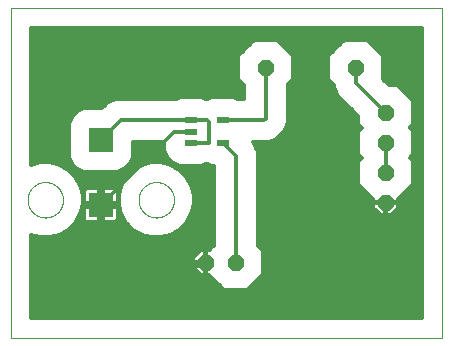
<source format=gtl>
G75*
%MOIN*%
%OFA0B0*%
%FSLAX25Y25*%
%IPPOS*%
%LPD*%
%AMOC8*
5,1,8,0,0,1.08239X$1,22.5*
%
%ADD10C,0.00000*%
%ADD11OC8,0.05200*%
%ADD12R,0.04331X0.02362*%
%ADD13R,0.08268X0.08268*%
%ADD14C,0.01200*%
%ADD15C,0.01300*%
%ADD16C,0.04400*%
D10*
X0001600Y0001600D02*
X0001600Y0111561D01*
X0145301Y0111561D01*
X0145301Y0001600D01*
X0001600Y0001600D01*
X0007190Y0047584D02*
X0007192Y0047737D01*
X0007198Y0047891D01*
X0007208Y0048044D01*
X0007222Y0048196D01*
X0007240Y0048349D01*
X0007262Y0048500D01*
X0007287Y0048651D01*
X0007317Y0048802D01*
X0007351Y0048952D01*
X0007388Y0049100D01*
X0007429Y0049248D01*
X0007474Y0049394D01*
X0007523Y0049540D01*
X0007576Y0049684D01*
X0007632Y0049826D01*
X0007692Y0049967D01*
X0007756Y0050107D01*
X0007823Y0050245D01*
X0007894Y0050381D01*
X0007969Y0050515D01*
X0008046Y0050647D01*
X0008128Y0050777D01*
X0008212Y0050905D01*
X0008300Y0051031D01*
X0008391Y0051154D01*
X0008485Y0051275D01*
X0008583Y0051393D01*
X0008683Y0051509D01*
X0008787Y0051622D01*
X0008893Y0051733D01*
X0009002Y0051841D01*
X0009114Y0051946D01*
X0009228Y0052047D01*
X0009346Y0052146D01*
X0009465Y0052242D01*
X0009587Y0052335D01*
X0009712Y0052424D01*
X0009839Y0052511D01*
X0009968Y0052593D01*
X0010099Y0052673D01*
X0010232Y0052749D01*
X0010367Y0052822D01*
X0010504Y0052891D01*
X0010643Y0052956D01*
X0010783Y0053018D01*
X0010925Y0053076D01*
X0011068Y0053131D01*
X0011213Y0053182D01*
X0011359Y0053229D01*
X0011506Y0053272D01*
X0011654Y0053311D01*
X0011803Y0053347D01*
X0011953Y0053378D01*
X0012104Y0053406D01*
X0012255Y0053430D01*
X0012408Y0053450D01*
X0012560Y0053466D01*
X0012713Y0053478D01*
X0012866Y0053486D01*
X0013019Y0053490D01*
X0013173Y0053490D01*
X0013326Y0053486D01*
X0013479Y0053478D01*
X0013632Y0053466D01*
X0013784Y0053450D01*
X0013937Y0053430D01*
X0014088Y0053406D01*
X0014239Y0053378D01*
X0014389Y0053347D01*
X0014538Y0053311D01*
X0014686Y0053272D01*
X0014833Y0053229D01*
X0014979Y0053182D01*
X0015124Y0053131D01*
X0015267Y0053076D01*
X0015409Y0053018D01*
X0015549Y0052956D01*
X0015688Y0052891D01*
X0015825Y0052822D01*
X0015960Y0052749D01*
X0016093Y0052673D01*
X0016224Y0052593D01*
X0016353Y0052511D01*
X0016480Y0052424D01*
X0016605Y0052335D01*
X0016727Y0052242D01*
X0016846Y0052146D01*
X0016964Y0052047D01*
X0017078Y0051946D01*
X0017190Y0051841D01*
X0017299Y0051733D01*
X0017405Y0051622D01*
X0017509Y0051509D01*
X0017609Y0051393D01*
X0017707Y0051275D01*
X0017801Y0051154D01*
X0017892Y0051031D01*
X0017980Y0050905D01*
X0018064Y0050777D01*
X0018146Y0050647D01*
X0018223Y0050515D01*
X0018298Y0050381D01*
X0018369Y0050245D01*
X0018436Y0050107D01*
X0018500Y0049967D01*
X0018560Y0049826D01*
X0018616Y0049684D01*
X0018669Y0049540D01*
X0018718Y0049394D01*
X0018763Y0049248D01*
X0018804Y0049100D01*
X0018841Y0048952D01*
X0018875Y0048802D01*
X0018905Y0048651D01*
X0018930Y0048500D01*
X0018952Y0048349D01*
X0018970Y0048196D01*
X0018984Y0048044D01*
X0018994Y0047891D01*
X0019000Y0047737D01*
X0019002Y0047584D01*
X0019000Y0047431D01*
X0018994Y0047277D01*
X0018984Y0047124D01*
X0018970Y0046972D01*
X0018952Y0046819D01*
X0018930Y0046668D01*
X0018905Y0046517D01*
X0018875Y0046366D01*
X0018841Y0046216D01*
X0018804Y0046068D01*
X0018763Y0045920D01*
X0018718Y0045774D01*
X0018669Y0045628D01*
X0018616Y0045484D01*
X0018560Y0045342D01*
X0018500Y0045201D01*
X0018436Y0045061D01*
X0018369Y0044923D01*
X0018298Y0044787D01*
X0018223Y0044653D01*
X0018146Y0044521D01*
X0018064Y0044391D01*
X0017980Y0044263D01*
X0017892Y0044137D01*
X0017801Y0044014D01*
X0017707Y0043893D01*
X0017609Y0043775D01*
X0017509Y0043659D01*
X0017405Y0043546D01*
X0017299Y0043435D01*
X0017190Y0043327D01*
X0017078Y0043222D01*
X0016964Y0043121D01*
X0016846Y0043022D01*
X0016727Y0042926D01*
X0016605Y0042833D01*
X0016480Y0042744D01*
X0016353Y0042657D01*
X0016224Y0042575D01*
X0016093Y0042495D01*
X0015960Y0042419D01*
X0015825Y0042346D01*
X0015688Y0042277D01*
X0015549Y0042212D01*
X0015409Y0042150D01*
X0015267Y0042092D01*
X0015124Y0042037D01*
X0014979Y0041986D01*
X0014833Y0041939D01*
X0014686Y0041896D01*
X0014538Y0041857D01*
X0014389Y0041821D01*
X0014239Y0041790D01*
X0014088Y0041762D01*
X0013937Y0041738D01*
X0013784Y0041718D01*
X0013632Y0041702D01*
X0013479Y0041690D01*
X0013326Y0041682D01*
X0013173Y0041678D01*
X0013019Y0041678D01*
X0012866Y0041682D01*
X0012713Y0041690D01*
X0012560Y0041702D01*
X0012408Y0041718D01*
X0012255Y0041738D01*
X0012104Y0041762D01*
X0011953Y0041790D01*
X0011803Y0041821D01*
X0011654Y0041857D01*
X0011506Y0041896D01*
X0011359Y0041939D01*
X0011213Y0041986D01*
X0011068Y0042037D01*
X0010925Y0042092D01*
X0010783Y0042150D01*
X0010643Y0042212D01*
X0010504Y0042277D01*
X0010367Y0042346D01*
X0010232Y0042419D01*
X0010099Y0042495D01*
X0009968Y0042575D01*
X0009839Y0042657D01*
X0009712Y0042744D01*
X0009587Y0042833D01*
X0009465Y0042926D01*
X0009346Y0043022D01*
X0009228Y0043121D01*
X0009114Y0043222D01*
X0009002Y0043327D01*
X0008893Y0043435D01*
X0008787Y0043546D01*
X0008683Y0043659D01*
X0008583Y0043775D01*
X0008485Y0043893D01*
X0008391Y0044014D01*
X0008300Y0044137D01*
X0008212Y0044263D01*
X0008128Y0044391D01*
X0008046Y0044521D01*
X0007969Y0044653D01*
X0007894Y0044787D01*
X0007823Y0044923D01*
X0007756Y0045061D01*
X0007692Y0045201D01*
X0007632Y0045342D01*
X0007576Y0045484D01*
X0007523Y0045628D01*
X0007474Y0045774D01*
X0007429Y0045920D01*
X0007388Y0046068D01*
X0007351Y0046216D01*
X0007317Y0046366D01*
X0007287Y0046517D01*
X0007262Y0046668D01*
X0007240Y0046819D01*
X0007222Y0046972D01*
X0007208Y0047124D01*
X0007198Y0047277D01*
X0007192Y0047431D01*
X0007190Y0047584D01*
X0044198Y0047584D02*
X0044200Y0047737D01*
X0044206Y0047891D01*
X0044216Y0048044D01*
X0044230Y0048196D01*
X0044248Y0048349D01*
X0044270Y0048500D01*
X0044295Y0048651D01*
X0044325Y0048802D01*
X0044359Y0048952D01*
X0044396Y0049100D01*
X0044437Y0049248D01*
X0044482Y0049394D01*
X0044531Y0049540D01*
X0044584Y0049684D01*
X0044640Y0049826D01*
X0044700Y0049967D01*
X0044764Y0050107D01*
X0044831Y0050245D01*
X0044902Y0050381D01*
X0044977Y0050515D01*
X0045054Y0050647D01*
X0045136Y0050777D01*
X0045220Y0050905D01*
X0045308Y0051031D01*
X0045399Y0051154D01*
X0045493Y0051275D01*
X0045591Y0051393D01*
X0045691Y0051509D01*
X0045795Y0051622D01*
X0045901Y0051733D01*
X0046010Y0051841D01*
X0046122Y0051946D01*
X0046236Y0052047D01*
X0046354Y0052146D01*
X0046473Y0052242D01*
X0046595Y0052335D01*
X0046720Y0052424D01*
X0046847Y0052511D01*
X0046976Y0052593D01*
X0047107Y0052673D01*
X0047240Y0052749D01*
X0047375Y0052822D01*
X0047512Y0052891D01*
X0047651Y0052956D01*
X0047791Y0053018D01*
X0047933Y0053076D01*
X0048076Y0053131D01*
X0048221Y0053182D01*
X0048367Y0053229D01*
X0048514Y0053272D01*
X0048662Y0053311D01*
X0048811Y0053347D01*
X0048961Y0053378D01*
X0049112Y0053406D01*
X0049263Y0053430D01*
X0049416Y0053450D01*
X0049568Y0053466D01*
X0049721Y0053478D01*
X0049874Y0053486D01*
X0050027Y0053490D01*
X0050181Y0053490D01*
X0050334Y0053486D01*
X0050487Y0053478D01*
X0050640Y0053466D01*
X0050792Y0053450D01*
X0050945Y0053430D01*
X0051096Y0053406D01*
X0051247Y0053378D01*
X0051397Y0053347D01*
X0051546Y0053311D01*
X0051694Y0053272D01*
X0051841Y0053229D01*
X0051987Y0053182D01*
X0052132Y0053131D01*
X0052275Y0053076D01*
X0052417Y0053018D01*
X0052557Y0052956D01*
X0052696Y0052891D01*
X0052833Y0052822D01*
X0052968Y0052749D01*
X0053101Y0052673D01*
X0053232Y0052593D01*
X0053361Y0052511D01*
X0053488Y0052424D01*
X0053613Y0052335D01*
X0053735Y0052242D01*
X0053854Y0052146D01*
X0053972Y0052047D01*
X0054086Y0051946D01*
X0054198Y0051841D01*
X0054307Y0051733D01*
X0054413Y0051622D01*
X0054517Y0051509D01*
X0054617Y0051393D01*
X0054715Y0051275D01*
X0054809Y0051154D01*
X0054900Y0051031D01*
X0054988Y0050905D01*
X0055072Y0050777D01*
X0055154Y0050647D01*
X0055231Y0050515D01*
X0055306Y0050381D01*
X0055377Y0050245D01*
X0055444Y0050107D01*
X0055508Y0049967D01*
X0055568Y0049826D01*
X0055624Y0049684D01*
X0055677Y0049540D01*
X0055726Y0049394D01*
X0055771Y0049248D01*
X0055812Y0049100D01*
X0055849Y0048952D01*
X0055883Y0048802D01*
X0055913Y0048651D01*
X0055938Y0048500D01*
X0055960Y0048349D01*
X0055978Y0048196D01*
X0055992Y0048044D01*
X0056002Y0047891D01*
X0056008Y0047737D01*
X0056010Y0047584D01*
X0056008Y0047431D01*
X0056002Y0047277D01*
X0055992Y0047124D01*
X0055978Y0046972D01*
X0055960Y0046819D01*
X0055938Y0046668D01*
X0055913Y0046517D01*
X0055883Y0046366D01*
X0055849Y0046216D01*
X0055812Y0046068D01*
X0055771Y0045920D01*
X0055726Y0045774D01*
X0055677Y0045628D01*
X0055624Y0045484D01*
X0055568Y0045342D01*
X0055508Y0045201D01*
X0055444Y0045061D01*
X0055377Y0044923D01*
X0055306Y0044787D01*
X0055231Y0044653D01*
X0055154Y0044521D01*
X0055072Y0044391D01*
X0054988Y0044263D01*
X0054900Y0044137D01*
X0054809Y0044014D01*
X0054715Y0043893D01*
X0054617Y0043775D01*
X0054517Y0043659D01*
X0054413Y0043546D01*
X0054307Y0043435D01*
X0054198Y0043327D01*
X0054086Y0043222D01*
X0053972Y0043121D01*
X0053854Y0043022D01*
X0053735Y0042926D01*
X0053613Y0042833D01*
X0053488Y0042744D01*
X0053361Y0042657D01*
X0053232Y0042575D01*
X0053101Y0042495D01*
X0052968Y0042419D01*
X0052833Y0042346D01*
X0052696Y0042277D01*
X0052557Y0042212D01*
X0052417Y0042150D01*
X0052275Y0042092D01*
X0052132Y0042037D01*
X0051987Y0041986D01*
X0051841Y0041939D01*
X0051694Y0041896D01*
X0051546Y0041857D01*
X0051397Y0041821D01*
X0051247Y0041790D01*
X0051096Y0041762D01*
X0050945Y0041738D01*
X0050792Y0041718D01*
X0050640Y0041702D01*
X0050487Y0041690D01*
X0050334Y0041682D01*
X0050181Y0041678D01*
X0050027Y0041678D01*
X0049874Y0041682D01*
X0049721Y0041690D01*
X0049568Y0041702D01*
X0049416Y0041718D01*
X0049263Y0041738D01*
X0049112Y0041762D01*
X0048961Y0041790D01*
X0048811Y0041821D01*
X0048662Y0041857D01*
X0048514Y0041896D01*
X0048367Y0041939D01*
X0048221Y0041986D01*
X0048076Y0042037D01*
X0047933Y0042092D01*
X0047791Y0042150D01*
X0047651Y0042212D01*
X0047512Y0042277D01*
X0047375Y0042346D01*
X0047240Y0042419D01*
X0047107Y0042495D01*
X0046976Y0042575D01*
X0046847Y0042657D01*
X0046720Y0042744D01*
X0046595Y0042833D01*
X0046473Y0042926D01*
X0046354Y0043022D01*
X0046236Y0043121D01*
X0046122Y0043222D01*
X0046010Y0043327D01*
X0045901Y0043435D01*
X0045795Y0043546D01*
X0045691Y0043659D01*
X0045591Y0043775D01*
X0045493Y0043893D01*
X0045399Y0044014D01*
X0045308Y0044137D01*
X0045220Y0044263D01*
X0045136Y0044391D01*
X0045054Y0044521D01*
X0044977Y0044653D01*
X0044902Y0044787D01*
X0044831Y0044923D01*
X0044764Y0045061D01*
X0044700Y0045201D01*
X0044640Y0045342D01*
X0044584Y0045484D01*
X0044531Y0045628D01*
X0044482Y0045774D01*
X0044437Y0045920D01*
X0044396Y0046068D01*
X0044359Y0046216D01*
X0044325Y0046366D01*
X0044295Y0046517D01*
X0044270Y0046668D01*
X0044248Y0046819D01*
X0044230Y0046972D01*
X0044216Y0047124D01*
X0044206Y0047277D01*
X0044200Y0047431D01*
X0044198Y0047584D01*
D11*
X0066600Y0026600D03*
X0076600Y0026600D03*
X0126600Y0046600D03*
X0126600Y0056600D03*
X0126600Y0066600D03*
X0126600Y0076600D03*
X0116600Y0091600D03*
X0086600Y0091600D03*
D12*
X0072230Y0074080D03*
X0072230Y0066600D03*
X0061600Y0066600D03*
X0061600Y0070340D03*
X0061600Y0074080D03*
D13*
X0031600Y0067427D03*
X0031600Y0045773D03*
D14*
X0032200Y0045384D02*
X0037747Y0045384D01*
X0037334Y0045173D02*
X0032200Y0045173D01*
X0032200Y0040039D01*
X0035945Y0040039D01*
X0036351Y0040148D01*
X0036716Y0040359D01*
X0037014Y0040657D01*
X0037225Y0041022D01*
X0037334Y0041429D01*
X0037334Y0045173D01*
X0037598Y0045938D02*
X0038451Y0042757D01*
X0040097Y0039906D01*
X0042425Y0037577D01*
X0045277Y0035931D01*
X0048458Y0035079D01*
X0051750Y0035079D01*
X0054931Y0035931D01*
X0057782Y0037577D01*
X0060111Y0039906D01*
X0061757Y0042757D01*
X0062609Y0045938D01*
X0062609Y0049231D01*
X0061757Y0052411D01*
X0060111Y0055263D01*
X0057782Y0057591D01*
X0054931Y0059238D01*
X0051750Y0060090D01*
X0048458Y0060090D01*
X0045277Y0059238D01*
X0042425Y0057591D01*
X0040097Y0055263D01*
X0038451Y0052411D01*
X0037598Y0049231D01*
X0037598Y0045938D01*
X0037334Y0046373D02*
X0037334Y0050118D01*
X0037225Y0050525D01*
X0037014Y0050890D01*
X0036716Y0051187D01*
X0036351Y0051398D01*
X0035945Y0051507D01*
X0032200Y0051507D01*
X0032200Y0046373D01*
X0037334Y0046373D01*
X0037334Y0046583D02*
X0037598Y0046583D01*
X0037598Y0047781D02*
X0037334Y0047781D01*
X0037334Y0048980D02*
X0037598Y0048980D01*
X0037852Y0050178D02*
X0037318Y0050178D01*
X0038173Y0051377D02*
X0036388Y0051377D01*
X0038545Y0052575D02*
X0024655Y0052575D01*
X0024749Y0052411D02*
X0023103Y0055263D01*
X0020775Y0057591D01*
X0017923Y0059238D01*
X0014742Y0060090D01*
X0011450Y0060090D01*
X0008269Y0059238D01*
X0008200Y0059198D01*
X0008200Y0104961D01*
X0138701Y0104961D01*
X0138701Y0008200D01*
X0008200Y0008200D01*
X0008200Y0035971D01*
X0008269Y0035931D01*
X0011450Y0035079D01*
X0014742Y0035079D01*
X0017923Y0035931D01*
X0020775Y0037577D01*
X0023103Y0039906D01*
X0024749Y0042757D01*
X0025602Y0045938D01*
X0025602Y0049231D01*
X0024749Y0052411D01*
X0025027Y0051377D02*
X0026812Y0051377D01*
X0026849Y0051398D02*
X0026484Y0051187D01*
X0026186Y0050890D01*
X0025975Y0050525D01*
X0025866Y0050118D01*
X0025866Y0046373D01*
X0031000Y0046373D01*
X0031000Y0045173D01*
X0032200Y0045173D01*
X0032200Y0046373D01*
X0031000Y0046373D01*
X0031000Y0051507D01*
X0027255Y0051507D01*
X0026849Y0051398D01*
X0025882Y0050178D02*
X0025348Y0050178D01*
X0025602Y0048980D02*
X0025866Y0048980D01*
X0025866Y0047781D02*
X0025602Y0047781D01*
X0025602Y0046583D02*
X0025866Y0046583D01*
X0025453Y0045384D02*
X0031000Y0045384D01*
X0031000Y0045173D02*
X0025866Y0045173D01*
X0025866Y0041429D01*
X0025975Y0041022D01*
X0026186Y0040657D01*
X0026484Y0040359D01*
X0026849Y0040148D01*
X0027255Y0040039D01*
X0031000Y0040039D01*
X0031000Y0045173D01*
X0031000Y0044186D02*
X0032200Y0044186D01*
X0032200Y0042987D02*
X0031000Y0042987D01*
X0031000Y0041789D02*
X0032200Y0041789D01*
X0032200Y0040590D02*
X0031000Y0040590D01*
X0026253Y0040590D02*
X0023498Y0040590D01*
X0024190Y0041789D02*
X0025866Y0041789D01*
X0025866Y0042987D02*
X0024811Y0042987D01*
X0025132Y0044186D02*
X0025866Y0044186D01*
X0031000Y0046583D02*
X0032200Y0046583D01*
X0032200Y0047781D02*
X0031000Y0047781D01*
X0031000Y0048980D02*
X0032200Y0048980D01*
X0032200Y0050178D02*
X0031000Y0050178D01*
X0031000Y0051377D02*
X0032200Y0051377D01*
X0037047Y0056693D02*
X0026153Y0056693D01*
X0023728Y0057698D01*
X0021871Y0059554D01*
X0020866Y0061980D01*
X0020866Y0072873D01*
X0021871Y0075299D01*
X0023728Y0077156D01*
X0026153Y0078161D01*
X0032081Y0078161D01*
X0032107Y0078187D01*
X0034147Y0080227D01*
X0036811Y0081330D01*
X0056840Y0081330D01*
X0058122Y0081861D01*
X0065078Y0081861D01*
X0066360Y0081330D01*
X0067470Y0081330D01*
X0068752Y0081861D01*
X0075708Y0081861D01*
X0076990Y0081330D01*
X0079350Y0081330D01*
X0079350Y0085839D01*
X0077400Y0087789D01*
X0077400Y0095411D01*
X0082789Y0100800D01*
X0090411Y0100800D01*
X0095800Y0095411D01*
X0095800Y0087789D01*
X0093850Y0085839D01*
X0093850Y0073158D01*
X0092746Y0070493D01*
X0090707Y0068454D01*
X0090187Y0067934D01*
X0087522Y0066830D01*
X0082253Y0066830D01*
X0082746Y0066337D01*
X0083850Y0063672D01*
X0083850Y0032361D01*
X0085800Y0030411D01*
X0085800Y0022789D01*
X0080411Y0017400D01*
X0072789Y0017400D01*
X0067789Y0022400D01*
X0066800Y0022400D01*
X0066800Y0026400D01*
X0066400Y0026400D01*
X0066400Y0022400D01*
X0064860Y0022400D01*
X0062400Y0024860D01*
X0062400Y0026400D01*
X0066400Y0026400D01*
X0066400Y0026800D01*
X0066400Y0030800D01*
X0064860Y0030800D01*
X0062400Y0028340D01*
X0062400Y0026800D01*
X0066400Y0026800D01*
X0066800Y0026800D01*
X0066800Y0030800D01*
X0067789Y0030800D01*
X0069350Y0032361D01*
X0069350Y0058819D01*
X0068752Y0058819D01*
X0067470Y0059350D01*
X0066360Y0059350D01*
X0065078Y0058819D01*
X0058122Y0058819D01*
X0055696Y0059824D01*
X0053839Y0061680D01*
X0052835Y0064106D01*
X0052835Y0066830D01*
X0042334Y0066830D01*
X0042334Y0061980D01*
X0041329Y0059554D01*
X0039472Y0057698D01*
X0037047Y0056693D01*
X0038680Y0057369D02*
X0042203Y0057369D01*
X0041005Y0056171D02*
X0022195Y0056171D01*
X0023271Y0054972D02*
X0039929Y0054972D01*
X0039237Y0053774D02*
X0023963Y0053774D01*
X0024520Y0057369D02*
X0020997Y0057369D01*
X0022857Y0058568D02*
X0019083Y0058568D01*
X0021783Y0059766D02*
X0015950Y0059766D01*
X0020866Y0062163D02*
X0008200Y0062163D01*
X0008200Y0060965D02*
X0021287Y0060965D01*
X0020866Y0063362D02*
X0008200Y0063362D01*
X0008200Y0064560D02*
X0020866Y0064560D01*
X0020866Y0065759D02*
X0008200Y0065759D01*
X0008200Y0066957D02*
X0020866Y0066957D01*
X0020866Y0068156D02*
X0008200Y0068156D01*
X0008200Y0069354D02*
X0020866Y0069354D01*
X0020866Y0070553D02*
X0008200Y0070553D01*
X0008200Y0071751D02*
X0020866Y0071751D01*
X0020898Y0072950D02*
X0008200Y0072950D01*
X0008200Y0074148D02*
X0021394Y0074148D01*
X0021919Y0075347D02*
X0008200Y0075347D01*
X0008200Y0076545D02*
X0023117Y0076545D01*
X0025147Y0077744D02*
X0008200Y0077744D01*
X0008200Y0078942D02*
X0032863Y0078942D01*
X0034061Y0080141D02*
X0008200Y0080141D01*
X0008200Y0081339D02*
X0056862Y0081339D01*
X0066338Y0081339D02*
X0067492Y0081339D01*
X0076968Y0081339D02*
X0079350Y0081339D01*
X0079350Y0082538D02*
X0008200Y0082538D01*
X0008200Y0083737D02*
X0079350Y0083737D01*
X0079350Y0084935D02*
X0008200Y0084935D01*
X0008200Y0086134D02*
X0079056Y0086134D01*
X0077857Y0087332D02*
X0008200Y0087332D01*
X0008200Y0088531D02*
X0077400Y0088531D01*
X0077400Y0089729D02*
X0008200Y0089729D01*
X0008200Y0090928D02*
X0077400Y0090928D01*
X0077400Y0092126D02*
X0008200Y0092126D01*
X0008200Y0093325D02*
X0077400Y0093325D01*
X0077400Y0094523D02*
X0008200Y0094523D01*
X0008200Y0095722D02*
X0077711Y0095722D01*
X0078909Y0096920D02*
X0008200Y0096920D01*
X0008200Y0098119D02*
X0080108Y0098119D01*
X0081306Y0099317D02*
X0008200Y0099317D01*
X0008200Y0100516D02*
X0082505Y0100516D01*
X0090695Y0100516D02*
X0112505Y0100516D01*
X0112789Y0100800D02*
X0107400Y0095411D01*
X0107400Y0087789D01*
X0109350Y0085839D01*
X0109350Y0085158D01*
X0110454Y0082493D01*
X0117400Y0075547D01*
X0117400Y0072789D01*
X0118589Y0071600D01*
X0117400Y0070411D01*
X0117400Y0062789D01*
X0118589Y0061600D01*
X0117400Y0060411D01*
X0117400Y0052789D01*
X0122400Y0047789D01*
X0122400Y0046800D01*
X0126400Y0046800D01*
X0126400Y0046400D01*
X0126800Y0046400D01*
X0126800Y0046800D01*
X0130800Y0046800D01*
X0130800Y0047789D01*
X0135800Y0052789D01*
X0135800Y0060411D01*
X0134611Y0061600D01*
X0135800Y0062789D01*
X0135800Y0070411D01*
X0134611Y0071600D01*
X0135800Y0072789D01*
X0135800Y0080411D01*
X0130411Y0085800D01*
X0127653Y0085800D01*
X0125732Y0087721D01*
X0125800Y0087789D01*
X0125800Y0095411D01*
X0120411Y0100800D01*
X0112789Y0100800D01*
X0111306Y0099317D02*
X0091894Y0099317D01*
X0093092Y0098119D02*
X0110108Y0098119D01*
X0108909Y0096920D02*
X0094291Y0096920D01*
X0095489Y0095722D02*
X0107711Y0095722D01*
X0107400Y0094523D02*
X0095800Y0094523D01*
X0095800Y0093325D02*
X0107400Y0093325D01*
X0107400Y0092126D02*
X0095800Y0092126D01*
X0095800Y0090928D02*
X0107400Y0090928D01*
X0107400Y0089729D02*
X0095800Y0089729D01*
X0095800Y0088531D02*
X0107400Y0088531D01*
X0107857Y0087332D02*
X0095343Y0087332D01*
X0094144Y0086134D02*
X0109056Y0086134D01*
X0109442Y0084935D02*
X0093850Y0084935D01*
X0093850Y0083737D02*
X0109939Y0083737D01*
X0110435Y0082538D02*
X0093850Y0082538D01*
X0093850Y0081339D02*
X0111607Y0081339D01*
X0112806Y0080141D02*
X0093850Y0080141D01*
X0093850Y0078942D02*
X0114004Y0078942D01*
X0115203Y0077744D02*
X0093850Y0077744D01*
X0093850Y0076545D02*
X0116402Y0076545D01*
X0117400Y0075347D02*
X0093850Y0075347D01*
X0093850Y0074148D02*
X0117400Y0074148D01*
X0117400Y0072950D02*
X0093764Y0072950D01*
X0093267Y0071751D02*
X0118438Y0071751D01*
X0117542Y0070553D02*
X0092771Y0070553D01*
X0091607Y0069354D02*
X0117400Y0069354D01*
X0117400Y0068156D02*
X0090409Y0068156D01*
X0087829Y0066957D02*
X0117400Y0066957D01*
X0117400Y0065759D02*
X0082986Y0065759D01*
X0083482Y0064560D02*
X0117400Y0064560D01*
X0117400Y0063362D02*
X0083850Y0063362D01*
X0083850Y0062163D02*
X0118026Y0062163D01*
X0117954Y0060965D02*
X0083850Y0060965D01*
X0083850Y0059766D02*
X0117400Y0059766D01*
X0117400Y0058568D02*
X0083850Y0058568D01*
X0083850Y0057369D02*
X0117400Y0057369D01*
X0117400Y0056171D02*
X0083850Y0056171D01*
X0083850Y0054972D02*
X0117400Y0054972D01*
X0117400Y0053774D02*
X0083850Y0053774D01*
X0083850Y0052575D02*
X0117614Y0052575D01*
X0118813Y0051377D02*
X0083850Y0051377D01*
X0083850Y0050178D02*
X0120011Y0050178D01*
X0121210Y0048980D02*
X0083850Y0048980D01*
X0083850Y0047781D02*
X0122400Y0047781D01*
X0122400Y0046400D02*
X0122400Y0044860D01*
X0124860Y0042400D01*
X0126400Y0042400D01*
X0126400Y0046400D01*
X0122400Y0046400D01*
X0122400Y0045384D02*
X0083850Y0045384D01*
X0083850Y0044186D02*
X0123075Y0044186D01*
X0124273Y0042987D02*
X0083850Y0042987D01*
X0083850Y0041789D02*
X0138701Y0041789D01*
X0138701Y0042987D02*
X0128927Y0042987D01*
X0128340Y0042400D02*
X0130800Y0044860D01*
X0130800Y0046400D01*
X0126800Y0046400D01*
X0126800Y0042400D01*
X0128340Y0042400D01*
X0126800Y0042987D02*
X0126400Y0042987D01*
X0126400Y0044186D02*
X0126800Y0044186D01*
X0126800Y0045384D02*
X0126400Y0045384D01*
X0126400Y0046583D02*
X0083850Y0046583D01*
X0083850Y0040590D02*
X0138701Y0040590D01*
X0138701Y0039392D02*
X0083850Y0039392D01*
X0083850Y0038193D02*
X0138701Y0038193D01*
X0138701Y0036995D02*
X0083850Y0036995D01*
X0083850Y0035796D02*
X0138701Y0035796D01*
X0138701Y0034598D02*
X0083850Y0034598D01*
X0083850Y0033399D02*
X0138701Y0033399D01*
X0138701Y0032201D02*
X0084010Y0032201D01*
X0085209Y0031002D02*
X0138701Y0031002D01*
X0138701Y0029803D02*
X0085800Y0029803D01*
X0085800Y0028605D02*
X0138701Y0028605D01*
X0138701Y0027406D02*
X0085800Y0027406D01*
X0085800Y0026208D02*
X0138701Y0026208D01*
X0138701Y0025009D02*
X0085800Y0025009D01*
X0085800Y0023811D02*
X0138701Y0023811D01*
X0138701Y0022612D02*
X0085623Y0022612D01*
X0084425Y0021414D02*
X0138701Y0021414D01*
X0138701Y0020215D02*
X0083226Y0020215D01*
X0082028Y0019017D02*
X0138701Y0019017D01*
X0138701Y0017818D02*
X0080829Y0017818D01*
X0072371Y0017818D02*
X0008200Y0017818D01*
X0008200Y0016620D02*
X0138701Y0016620D01*
X0138701Y0015421D02*
X0008200Y0015421D01*
X0008200Y0014223D02*
X0138701Y0014223D01*
X0138701Y0013024D02*
X0008200Y0013024D01*
X0008200Y0011826D02*
X0138701Y0011826D01*
X0138701Y0010627D02*
X0008200Y0010627D01*
X0008200Y0009429D02*
X0138701Y0009429D01*
X0138701Y0008230D02*
X0008200Y0008230D01*
X0008200Y0019017D02*
X0071172Y0019017D01*
X0069974Y0020215D02*
X0008200Y0020215D01*
X0008200Y0021414D02*
X0068775Y0021414D01*
X0066800Y0022612D02*
X0066400Y0022612D01*
X0066400Y0023811D02*
X0066800Y0023811D01*
X0066800Y0025009D02*
X0066400Y0025009D01*
X0066400Y0026208D02*
X0066800Y0026208D01*
X0066800Y0027406D02*
X0066400Y0027406D01*
X0066400Y0028605D02*
X0066800Y0028605D01*
X0066800Y0029803D02*
X0066400Y0029803D01*
X0067991Y0031002D02*
X0008200Y0031002D01*
X0008200Y0029803D02*
X0063864Y0029803D01*
X0062665Y0028605D02*
X0008200Y0028605D01*
X0008200Y0027406D02*
X0062400Y0027406D01*
X0062400Y0026208D02*
X0008200Y0026208D01*
X0008200Y0025009D02*
X0062400Y0025009D01*
X0063449Y0023811D02*
X0008200Y0023811D01*
X0008200Y0022612D02*
X0064648Y0022612D01*
X0069190Y0032201D02*
X0008200Y0032201D01*
X0008200Y0033399D02*
X0069350Y0033399D01*
X0069350Y0034598D02*
X0008200Y0034598D01*
X0008200Y0035796D02*
X0008773Y0035796D01*
X0017419Y0035796D02*
X0045780Y0035796D01*
X0043435Y0036995D02*
X0019765Y0036995D01*
X0021390Y0038193D02*
X0041810Y0038193D01*
X0040611Y0039392D02*
X0022589Y0039392D01*
X0036947Y0040590D02*
X0039702Y0040590D01*
X0039010Y0041789D02*
X0037334Y0041789D01*
X0037334Y0042987D02*
X0038389Y0042987D01*
X0038068Y0044186D02*
X0037334Y0044186D01*
X0054427Y0035796D02*
X0069350Y0035796D01*
X0069350Y0036995D02*
X0056773Y0036995D01*
X0058398Y0038193D02*
X0069350Y0038193D01*
X0069350Y0039392D02*
X0059597Y0039392D01*
X0060506Y0040590D02*
X0069350Y0040590D01*
X0069350Y0041789D02*
X0061198Y0041789D01*
X0061819Y0042987D02*
X0069350Y0042987D01*
X0069350Y0044186D02*
X0062140Y0044186D01*
X0062461Y0045384D02*
X0069350Y0045384D01*
X0069350Y0046583D02*
X0062609Y0046583D01*
X0062609Y0047781D02*
X0069350Y0047781D01*
X0069350Y0048980D02*
X0062609Y0048980D01*
X0062356Y0050178D02*
X0069350Y0050178D01*
X0069350Y0051377D02*
X0062034Y0051377D01*
X0061663Y0052575D02*
X0069350Y0052575D01*
X0069350Y0053774D02*
X0060971Y0053774D01*
X0060279Y0054972D02*
X0069350Y0054972D01*
X0069350Y0056171D02*
X0059203Y0056171D01*
X0058004Y0057369D02*
X0069350Y0057369D01*
X0069350Y0058568D02*
X0056091Y0058568D01*
X0055835Y0059766D02*
X0052958Y0059766D01*
X0054555Y0060965D02*
X0041913Y0060965D01*
X0042334Y0062163D02*
X0053639Y0062163D01*
X0053143Y0063362D02*
X0042334Y0063362D01*
X0042334Y0064560D02*
X0052835Y0064560D01*
X0052835Y0065759D02*
X0042334Y0065759D01*
X0041417Y0059766D02*
X0047250Y0059766D01*
X0044117Y0058568D02*
X0040343Y0058568D01*
X0010242Y0059766D02*
X0008200Y0059766D01*
X0008200Y0101714D02*
X0138701Y0101714D01*
X0138701Y0100516D02*
X0120695Y0100516D01*
X0121894Y0099317D02*
X0138701Y0099317D01*
X0138701Y0098119D02*
X0123092Y0098119D01*
X0124291Y0096920D02*
X0138701Y0096920D01*
X0138701Y0095722D02*
X0125489Y0095722D01*
X0125800Y0094523D02*
X0138701Y0094523D01*
X0138701Y0093325D02*
X0125800Y0093325D01*
X0125800Y0092126D02*
X0138701Y0092126D01*
X0138701Y0090928D02*
X0125800Y0090928D01*
X0125800Y0089729D02*
X0138701Y0089729D01*
X0138701Y0088531D02*
X0125800Y0088531D01*
X0126121Y0087332D02*
X0138701Y0087332D01*
X0138701Y0086134D02*
X0127320Y0086134D01*
X0131276Y0084935D02*
X0138701Y0084935D01*
X0138701Y0083737D02*
X0132474Y0083737D01*
X0133673Y0082538D02*
X0138701Y0082538D01*
X0138701Y0081339D02*
X0134871Y0081339D01*
X0135800Y0080141D02*
X0138701Y0080141D01*
X0138701Y0078942D02*
X0135800Y0078942D01*
X0135800Y0077744D02*
X0138701Y0077744D01*
X0138701Y0076545D02*
X0135800Y0076545D01*
X0135800Y0075347D02*
X0138701Y0075347D01*
X0138701Y0074148D02*
X0135800Y0074148D01*
X0135800Y0072950D02*
X0138701Y0072950D01*
X0138701Y0071751D02*
X0134762Y0071751D01*
X0135658Y0070553D02*
X0138701Y0070553D01*
X0138701Y0069354D02*
X0135800Y0069354D01*
X0135800Y0068156D02*
X0138701Y0068156D01*
X0138701Y0066957D02*
X0135800Y0066957D01*
X0135800Y0065759D02*
X0138701Y0065759D01*
X0138701Y0064560D02*
X0135800Y0064560D01*
X0135800Y0063362D02*
X0138701Y0063362D01*
X0138701Y0062163D02*
X0135174Y0062163D01*
X0135246Y0060965D02*
X0138701Y0060965D01*
X0138701Y0059766D02*
X0135800Y0059766D01*
X0135800Y0058568D02*
X0138701Y0058568D01*
X0138701Y0057369D02*
X0135800Y0057369D01*
X0135800Y0056171D02*
X0138701Y0056171D01*
X0138701Y0054972D02*
X0135800Y0054972D01*
X0135800Y0053774D02*
X0138701Y0053774D01*
X0138701Y0052575D02*
X0135586Y0052575D01*
X0134387Y0051377D02*
X0138701Y0051377D01*
X0138701Y0050178D02*
X0133189Y0050178D01*
X0131990Y0048980D02*
X0138701Y0048980D01*
X0138701Y0047781D02*
X0130800Y0047781D01*
X0130800Y0045384D02*
X0138701Y0045384D01*
X0138701Y0044186D02*
X0130125Y0044186D01*
X0126800Y0046583D02*
X0138701Y0046583D01*
X0138701Y0102913D02*
X0008200Y0102913D01*
X0008200Y0104111D02*
X0138701Y0104111D01*
D15*
X0116600Y0091600D02*
X0116600Y0086600D01*
X0126600Y0076600D01*
X0126600Y0066600D02*
X0126600Y0056600D01*
X0126600Y0046600D02*
X0126600Y0010600D01*
X0076600Y0026600D02*
X0076600Y0062230D01*
X0072230Y0066600D01*
X0067600Y0066600D02*
X0061600Y0066600D01*
X0061600Y0070340D02*
X0056167Y0070340D01*
X0031600Y0045773D01*
X0031600Y0025600D01*
X0065600Y0025600D01*
X0066600Y0026600D01*
X0066600Y0010600D01*
X0067600Y0066600D02*
X0067600Y0073600D01*
X0067120Y0074080D01*
X0061600Y0074080D01*
X0038254Y0074080D01*
X0031600Y0067427D01*
X0072230Y0074080D02*
X0086080Y0074080D01*
X0086600Y0074600D01*
X0086600Y0091600D01*
D16*
X0066600Y0010600D03*
X0126600Y0010600D03*
M02*

</source>
